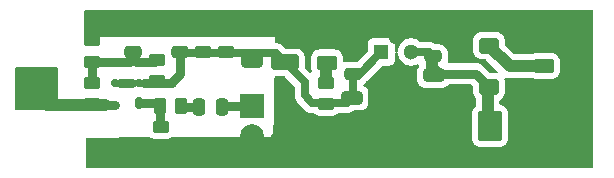
<source format=gbr>
%TF.GenerationSoftware,KiCad,Pcbnew,9.0.5*%
%TF.CreationDate,2025-10-22T19:19:06+02:00*%
%TF.ProjectId,Sonda Fetprobe,536f6e64-6120-4466-9574-70726f62652e,rev?*%
%TF.SameCoordinates,Original*%
%TF.FileFunction,Copper,L1,Top*%
%TF.FilePolarity,Positive*%
%FSLAX46Y46*%
G04 Gerber Fmt 4.6, Leading zero omitted, Abs format (unit mm)*
G04 Created by KiCad (PCBNEW 9.0.5) date 2025-10-22 19:19:06*
%MOMM*%
%LPD*%
G01*
G04 APERTURE LIST*
G04 Aperture macros list*
%AMRoundRect*
0 Rectangle with rounded corners*
0 $1 Rounding radius*
0 $2 $3 $4 $5 $6 $7 $8 $9 X,Y pos of 4 corners*
0 Add a 4 corners polygon primitive as box body*
4,1,4,$2,$3,$4,$5,$6,$7,$8,$9,$2,$3,0*
0 Add four circle primitives for the rounded corners*
1,1,$1+$1,$2,$3*
1,1,$1+$1,$4,$5*
1,1,$1+$1,$6,$7*
1,1,$1+$1,$8,$9*
0 Add four rect primitives between the rounded corners*
20,1,$1+$1,$2,$3,$4,$5,0*
20,1,$1+$1,$4,$5,$6,$7,0*
20,1,$1+$1,$6,$7,$8,$9,0*
20,1,$1+$1,$8,$9,$2,$3,0*%
G04 Aperture macros list end*
%TA.AperFunction,Conductor*%
%ADD10C,0.200000*%
%TD*%
%TA.AperFunction,SMDPad,CuDef*%
%ADD11RoundRect,0.250000X-0.450000X0.262500X-0.450000X-0.262500X0.450000X-0.262500X0.450000X0.262500X0*%
%TD*%
%TA.AperFunction,SMDPad,CuDef*%
%ADD12RoundRect,0.250000X0.475000X-0.250000X0.475000X0.250000X-0.475000X0.250000X-0.475000X-0.250000X0*%
%TD*%
%TA.AperFunction,SMDPad,CuDef*%
%ADD13RoundRect,0.250000X0.925000X-0.412500X0.925000X0.412500X-0.925000X0.412500X-0.925000X-0.412500X0*%
%TD*%
%TA.AperFunction,SMDPad,CuDef*%
%ADD14RoundRect,0.250000X-0.650000X0.325000X-0.650000X-0.325000X0.650000X-0.325000X0.650000X0.325000X0*%
%TD*%
%TA.AperFunction,ComponentPad*%
%ADD15R,1.300000X1.300000*%
%TD*%
%TA.AperFunction,ComponentPad*%
%ADD16C,1.300000*%
%TD*%
%TA.AperFunction,SMDPad,CuDef*%
%ADD17RoundRect,0.250000X-0.625000X0.375000X-0.625000X-0.375000X0.625000X-0.375000X0.625000X0.375000X0*%
%TD*%
%TA.AperFunction,SMDPad,CuDef*%
%ADD18RoundRect,0.250000X0.450000X-0.262500X0.450000X0.262500X-0.450000X0.262500X-0.450000X-0.262500X0*%
%TD*%
%TA.AperFunction,ComponentPad*%
%ADD19RoundRect,0.250000X0.625000X-0.350000X0.625000X0.350000X-0.625000X0.350000X-0.625000X-0.350000X0*%
%TD*%
%TA.AperFunction,ComponentPad*%
%ADD20O,1.750000X1.200000*%
%TD*%
%TA.AperFunction,SMDPad,CuDef*%
%ADD21RoundRect,0.175000X0.175000X0.325000X-0.175000X0.325000X-0.175000X-0.325000X0.175000X-0.325000X0*%
%TD*%
%TA.AperFunction,SMDPad,CuDef*%
%ADD22RoundRect,0.150000X0.200000X0.150000X-0.200000X0.150000X-0.200000X-0.150000X0.200000X-0.150000X0*%
%TD*%
%TA.AperFunction,SMDPad,CuDef*%
%ADD23RoundRect,0.250000X-0.262500X-0.450000X0.262500X-0.450000X0.262500X0.450000X-0.262500X0.450000X0*%
%TD*%
%TA.AperFunction,ComponentPad*%
%ADD24R,2.000000X2.000000*%
%TD*%
%TA.AperFunction,ComponentPad*%
%ADD25C,2.000000*%
%TD*%
%TA.AperFunction,SMDPad,CuDef*%
%ADD26RoundRect,0.250000X0.600000X-0.400000X0.600000X0.400000X-0.600000X0.400000X-0.600000X-0.400000X0*%
%TD*%
%TA.AperFunction,SMDPad,CuDef*%
%ADD27RoundRect,0.250000X-0.787500X-1.025000X0.787500X-1.025000X0.787500X1.025000X-0.787500X1.025000X0*%
%TD*%
%TA.AperFunction,SMDPad,CuDef*%
%ADD28RoundRect,0.250000X-0.250000X-0.475000X0.250000X-0.475000X0.250000X0.475000X-0.250000X0.475000X0*%
%TD*%
%TA.AperFunction,SMDPad,CuDef*%
%ADD29RoundRect,0.250000X0.650000X-0.325000X0.650000X0.325000X-0.650000X0.325000X-0.650000X-0.325000X0*%
%TD*%
%TA.AperFunction,ViaPad*%
%ADD30C,0.500000*%
%TD*%
%TA.AperFunction,Conductor*%
%ADD31C,0.800000*%
%TD*%
%TA.AperFunction,Conductor*%
%ADD32C,0.700000*%
%TD*%
%TA.AperFunction,Conductor*%
%ADD33C,1.000000*%
%TD*%
G04 APERTURE END LIST*
%TO.N,Net-(Q1-G1)*%
D10*
X122250000Y-85650000D02*
X125750000Y-85650000D01*
X125750000Y-89150000D01*
X122250000Y-89150000D01*
X122250000Y-85650000D01*
%TA.AperFunction,Conductor*%
G36*
X122250000Y-85650000D02*
G01*
X125750000Y-85650000D01*
X125750000Y-89150000D01*
X122250000Y-89150000D01*
X122250000Y-85650000D01*
G37*
%TD.AperFunction*%
%TD*%
D11*
%TO.P,R2,1*%
%TO.N,Net-(C1-Pad1)*%
X128700000Y-86887500D03*
%TO.P,R2,2*%
%TO.N,Net-(Q1-G1)*%
X128700000Y-88712500D03*
%TD*%
D12*
%TO.P,C13,1*%
%TO.N,+9V*%
X138120000Y-84270000D03*
%TO.P,C13,2*%
%TO.N,GND*%
X138120000Y-82370000D03*
%TD*%
D13*
%TO.P,C15,1*%
%TO.N,+9V*%
X145030000Y-85167500D03*
%TO.P,C15,2*%
%TO.N,GND*%
X145030000Y-82092500D03*
%TD*%
D14*
%TO.P,C10,1*%
%TO.N,Net-(D2-K)*%
X157630000Y-86275000D03*
%TO.P,C10,2*%
%TO.N,GND*%
X157630000Y-89225000D03*
%TD*%
D15*
%TO.P,U1,1,VO*%
%TO.N,+9V*%
X153200000Y-84290000D03*
D16*
%TO.P,U1,2,GND*%
%TO.N,GND*%
X154470000Y-83020000D03*
%TO.P,U1,3,VI*%
%TO.N,Net-(D2-K)*%
X155740000Y-84290000D03*
%TD*%
D12*
%TO.P,C5,1*%
%TO.N,+9V*%
X140080000Y-84270000D03*
%TO.P,C5,2*%
%TO.N,GND*%
X140080000Y-82370000D03*
%TD*%
%TO.P,C6,1*%
%TO.N,+9V*%
X136150000Y-84260000D03*
%TO.P,C6,2*%
%TO.N,GND*%
X136150000Y-82360000D03*
%TD*%
%TO.P,C9,1*%
%TO.N,Net-(D2-K)*%
X157600000Y-84650000D03*
%TO.P,C9,2*%
%TO.N,GND*%
X157600000Y-82750000D03*
%TD*%
D17*
%TO.P,D1,1,K*%
%TO.N,GND*%
X148600000Y-82400000D03*
%TO.P,D1,2,A*%
%TO.N,Net-(D1-A)*%
X148600000Y-85200000D03*
%TD*%
D18*
%TO.P,R5,1*%
%TO.N,+9V*%
X148500000Y-88712500D03*
%TO.P,R5,2*%
%TO.N,Net-(D1-A)*%
X148500000Y-86887500D03*
%TD*%
D12*
%TO.P,C2,1*%
%TO.N,Net-(C1-Pad1)*%
X132200000Y-84250000D03*
%TO.P,C2,2*%
%TO.N,GND*%
X132200000Y-82350000D03*
%TD*%
D19*
%TO.P,J2,1,Pin_1*%
%TO.N,Net-(D2-A)*%
X166950000Y-85500000D03*
D20*
%TO.P,J2,2,Pin_2*%
%TO.N,GND*%
X166950000Y-83500000D03*
%TD*%
D11*
%TO.P,R1,1*%
%TO.N,GND*%
X128740000Y-83317500D03*
%TO.P,R1,2*%
%TO.N,Net-(C1-Pad1)*%
X128740000Y-85142500D03*
%TD*%
%TO.P,R3,1*%
%TO.N,Net-(C1-Pad1)*%
X134220000Y-84947500D03*
%TO.P,R3,2*%
%TO.N,+9V*%
X134220000Y-86772500D03*
%TD*%
D21*
%TO.P,Q1,1,S*%
%TO.N,Net-(Q1-S)*%
X132651250Y-88600000D03*
D22*
%TO.P,Q1,2,D*%
%TO.N,+9V*%
X132651250Y-86900000D03*
%TO.P,Q1,3,G2*%
X130651250Y-86900000D03*
%TO.P,Q1,4,G1*%
%TO.N,Net-(Q1-G1)*%
X130651250Y-88800000D03*
%TD*%
D12*
%TO.P,C12,1*%
%TO.N,+9V*%
X150800000Y-86150000D03*
%TO.P,C12,2*%
%TO.N,GND*%
X150800000Y-84250000D03*
%TD*%
D23*
%TO.P,R6,1*%
%TO.N,Net-(Q1-S)*%
X134427500Y-88900000D03*
%TO.P,R6,2*%
%TO.N,Net-(C8-Pad1)*%
X136252500Y-88900000D03*
%TD*%
D24*
%TO.P,J1,1,Pin_1*%
%TO.N,Net-(J1-Pin_1)*%
X142280000Y-88850000D03*
D25*
%TO.P,J1,2,Pin_2*%
%TO.N,GND*%
X142280000Y-91390000D03*
%TD*%
D26*
%TO.P,D2,1,K*%
%TO.N,Net-(D2-K)*%
X162300000Y-87250000D03*
%TO.P,D2,2,A*%
%TO.N,Net-(D2-A)*%
X162300000Y-83750000D03*
%TD*%
D27*
%TO.P,C14,1*%
%TO.N,Net-(D2-K)*%
X162407500Y-90550000D03*
%TO.P,C14,2*%
%TO.N,GND*%
X168632500Y-90550000D03*
%TD*%
D28*
%TO.P,C8,1*%
%TO.N,Net-(C8-Pad1)*%
X137780000Y-88920000D03*
%TO.P,C8,2*%
%TO.N,Net-(J1-Pin_1)*%
X139680000Y-88920000D03*
%TD*%
D29*
%TO.P,C11,1*%
%TO.N,+9V*%
X142210000Y-85045000D03*
%TO.P,C11,2*%
%TO.N,GND*%
X142210000Y-82095000D03*
%TD*%
D14*
%TO.P,C7,1*%
%TO.N,+9V*%
X150700000Y-88165000D03*
%TO.P,C7,2*%
%TO.N,GND*%
X150700000Y-91115000D03*
%TD*%
D11*
%TO.P,R4,1*%
%TO.N,Net-(Q1-S)*%
X134530000Y-90627500D03*
%TO.P,R4,2*%
%TO.N,GND*%
X134530000Y-92452500D03*
%TD*%
D30*
%TO.N,Net-(C1-Pad1)*%
X132200000Y-84947500D03*
%TO.N,GND*%
X140100000Y-81300000D03*
X136100000Y-81300000D03*
X132200000Y-81300000D03*
X144100000Y-91400000D03*
X133850000Y-82700000D03*
X132460000Y-92890000D03*
X129280000Y-92910000D03*
X147000000Y-82300000D03*
X138100000Y-81300000D03*
X142300000Y-93100000D03*
X170150000Y-90560000D03*
X142211118Y-81214466D03*
X143450000Y-82150000D03*
X166950000Y-82200000D03*
X157600000Y-81650000D03*
X154500000Y-81700000D03*
X148570000Y-81300000D03*
X150800000Y-83050000D03*
X138350000Y-92900000D03*
X150680000Y-92350000D03*
X134500000Y-93450000D03*
X168500000Y-83500000D03*
X167100000Y-90550000D03*
X165350000Y-83550000D03*
X130580000Y-82650000D03*
X136550000Y-92900000D03*
X128744072Y-82281111D03*
X130890000Y-92910000D03*
X140050000Y-92900000D03*
X154470000Y-85700000D03*
X157650000Y-90500000D03*
%TD*%
D31*
%TO.N,Net-(C1-Pad1)*%
X131927500Y-85112500D02*
X128700000Y-85112500D01*
X132092500Y-84947500D02*
X131927500Y-85112500D01*
X132307500Y-84947500D02*
X132092500Y-84947500D01*
X132307500Y-84947500D02*
X132460000Y-85100000D01*
X134067500Y-85100000D02*
X134220000Y-84947500D01*
X132460000Y-85100000D02*
X134067500Y-85100000D01*
X128691250Y-86878750D02*
X128700000Y-86887500D01*
X128691250Y-85500000D02*
X128691250Y-86878750D01*
%TO.N,+9V*%
X150770000Y-88180000D02*
X150737500Y-88212500D01*
X136120000Y-85600000D02*
X136120000Y-86180000D01*
D32*
X146700000Y-86837500D02*
X146700000Y-87960000D01*
D31*
X150260000Y-88165000D02*
X150300000Y-88125000D01*
D32*
X145030000Y-85167500D02*
X146700000Y-86837500D01*
X150800000Y-88072500D02*
X150800000Y-86327500D01*
D31*
X131041250Y-86900000D02*
X132121250Y-86900000D01*
D32*
X151190000Y-86300000D02*
X153200000Y-84290000D01*
X145030000Y-85167500D02*
X144272500Y-84410000D01*
X150265000Y-88600000D02*
X150700000Y-88165000D01*
D31*
X136120000Y-86180000D02*
X135471250Y-86828750D01*
D32*
X144272500Y-84410000D02*
X136755000Y-84410000D01*
D31*
X136120000Y-84310000D02*
X136120000Y-85600000D01*
D32*
X147340000Y-88600000D02*
X150265000Y-88600000D01*
D31*
X135445000Y-86900000D02*
X133131250Y-86900000D01*
D32*
X146700000Y-87960000D02*
X147340000Y-88600000D01*
D31*
%TO.N,Net-(C8-Pad1)*%
X136553750Y-88920000D02*
X137661250Y-88920000D01*
%TO.N,Net-(J1-Pin_1)*%
X139850000Y-88890000D02*
X142390000Y-88890000D01*
%TO.N,Net-(D2-K)*%
X159000000Y-86125000D02*
X161175000Y-86125000D01*
D33*
X157500000Y-85630000D02*
X157500000Y-84670000D01*
X162187500Y-91100000D02*
X162187500Y-87362500D01*
X162187500Y-87362500D02*
X162300000Y-87250000D01*
D32*
X157240000Y-84290000D02*
X157600000Y-84650000D01*
D31*
X159000000Y-86125000D02*
X157995000Y-86125000D01*
X161175000Y-86125000D02*
X162300000Y-87250000D01*
D32*
X155740000Y-84290000D02*
X155530000Y-84500000D01*
D33*
X157995000Y-86125000D02*
X157500000Y-85630000D01*
D32*
X155740000Y-84290000D02*
X157240000Y-84290000D01*
D33*
%TO.N,Net-(D1-A)*%
X148600000Y-85200000D02*
X148500000Y-85300000D01*
X148500000Y-85300000D02*
X148500000Y-86498750D01*
D31*
%TO.N,Net-(Q1-S)*%
X134491250Y-88700000D02*
X134491250Y-90240000D01*
X133021250Y-88600000D02*
X134378750Y-88600000D01*
%TO.N,Net-(Q1-G1)*%
X129781250Y-88750000D02*
X130650250Y-88750000D01*
D33*
X124891250Y-88750000D02*
X129781250Y-88750000D01*
%TO.N,Net-(D2-A)*%
X164050000Y-85500000D02*
X166950000Y-85500000D01*
X162300000Y-83750000D02*
X164050000Y-85500000D01*
%TD*%
%TA.AperFunction,Conductor*%
%TO.N,GND*%
G36*
X171092539Y-80720185D02*
G01*
X171138294Y-80772989D01*
X171149500Y-80824500D01*
X171149500Y-93975500D01*
X171129815Y-94042539D01*
X171077011Y-94088294D01*
X171025500Y-94099500D01*
X128303021Y-94099500D01*
X128235982Y-94079815D01*
X128190227Y-94027011D01*
X128179022Y-93975917D01*
X128173477Y-92325500D01*
X128171251Y-91663159D01*
X128190710Y-91596054D01*
X128243360Y-91550122D01*
X128294973Y-91538743D01*
X133647563Y-91526912D01*
X133712933Y-91545373D01*
X133740539Y-91562399D01*
X133760666Y-91574814D01*
X133927203Y-91629999D01*
X134029991Y-91640500D01*
X135030008Y-91640499D01*
X135030016Y-91640498D01*
X135030019Y-91640498D01*
X135086302Y-91634748D01*
X135132797Y-91629999D01*
X135299334Y-91574814D01*
X135353410Y-91541458D01*
X135418229Y-91522997D01*
X144028355Y-91503966D01*
X144071557Y-89474991D01*
X144135928Y-86451859D01*
X144157035Y-86385254D01*
X144210801Y-86340634D01*
X144259900Y-86330499D01*
X144938848Y-86330499D01*
X145005887Y-86350184D01*
X145026529Y-86366818D01*
X145813181Y-87153470D01*
X145846666Y-87214793D01*
X145849500Y-87241151D01*
X145849500Y-88043771D01*
X145882182Y-88208075D01*
X145882184Y-88208081D01*
X145887289Y-88220405D01*
X145887290Y-88220409D01*
X145946292Y-88362856D01*
X145946299Y-88362869D01*
X146039372Y-88502161D01*
X146039375Y-88502165D01*
X146797834Y-89260624D01*
X146797838Y-89260627D01*
X146937132Y-89353701D01*
X146937133Y-89353701D01*
X146937137Y-89353704D01*
X147019410Y-89387782D01*
X147091918Y-89417816D01*
X147256228Y-89450499D01*
X147256232Y-89450500D01*
X147256233Y-89450500D01*
X147256234Y-89450500D01*
X147412770Y-89450500D01*
X147479809Y-89470185D01*
X147500451Y-89486819D01*
X147581344Y-89567712D01*
X147730666Y-89659814D01*
X147897203Y-89714999D01*
X147999991Y-89725500D01*
X149000008Y-89725499D01*
X149000016Y-89725498D01*
X149000019Y-89725498D01*
X149056302Y-89719748D01*
X149102797Y-89714999D01*
X149269334Y-89659814D01*
X149418656Y-89567712D01*
X149499549Y-89486819D01*
X149560872Y-89453334D01*
X149587230Y-89450500D01*
X150348768Y-89450500D01*
X150348769Y-89450499D01*
X150513082Y-89417816D01*
X150585590Y-89387782D01*
X150667863Y-89353704D01*
X150806010Y-89261397D01*
X150872687Y-89240519D01*
X150874901Y-89240499D01*
X151400002Y-89240499D01*
X151400008Y-89240499D01*
X151502797Y-89229999D01*
X151669334Y-89174814D01*
X151818656Y-89082712D01*
X151942712Y-88958656D01*
X152034814Y-88809334D01*
X152089999Y-88642797D01*
X152100500Y-88540009D01*
X152100499Y-87789992D01*
X152089999Y-87687203D01*
X152034814Y-87520666D01*
X151942712Y-87371344D01*
X151818656Y-87247288D01*
X151818655Y-87247287D01*
X151745895Y-87202409D01*
X151699170Y-87150461D01*
X151687947Y-87081499D01*
X151715790Y-87017417D01*
X151738451Y-86997782D01*
X151737987Y-86997195D01*
X151743654Y-86992713D01*
X151743653Y-86992713D01*
X151743656Y-86992712D01*
X151867712Y-86868656D01*
X151930252Y-86767259D01*
X151948102Y-86744685D01*
X153215969Y-85476817D01*
X153277292Y-85443333D01*
X153303650Y-85440499D01*
X153897871Y-85440499D01*
X153897872Y-85440499D01*
X153957483Y-85434091D01*
X154092331Y-85383796D01*
X154207546Y-85297546D01*
X154293796Y-85182331D01*
X154344091Y-85047483D01*
X154350500Y-84987873D01*
X154350499Y-84447125D01*
X154370183Y-84380089D01*
X154422987Y-84334334D01*
X154492146Y-84324390D01*
X154555702Y-84353415D01*
X154593476Y-84412193D01*
X154596972Y-84427729D01*
X154617829Y-84559410D01*
X154673787Y-84731636D01*
X154673788Y-84731639D01*
X154724246Y-84830666D01*
X154754477Y-84889998D01*
X154756006Y-84892997D01*
X154862441Y-85039494D01*
X154862445Y-85039499D01*
X154990500Y-85167554D01*
X154990505Y-85167558D01*
X155116507Y-85259103D01*
X155137006Y-85273996D01*
X155218456Y-85315497D01*
X155298360Y-85356211D01*
X155298363Y-85356212D01*
X155310493Y-85360153D01*
X155470591Y-85412171D01*
X155553429Y-85425291D01*
X155649449Y-85440500D01*
X155649454Y-85440500D01*
X155830551Y-85440500D01*
X155925025Y-85425536D01*
X156009409Y-85412171D01*
X156181639Y-85356211D01*
X156200154Y-85346776D01*
X156268823Y-85333879D01*
X156333564Y-85360153D01*
X156373823Y-85417259D01*
X156376817Y-85487064D01*
X156361991Y-85522356D01*
X156295189Y-85630659D01*
X156295185Y-85630668D01*
X156279988Y-85676529D01*
X156240001Y-85797203D01*
X156240001Y-85797204D01*
X156240000Y-85797204D01*
X156229500Y-85899983D01*
X156229500Y-86650001D01*
X156229501Y-86650019D01*
X156240000Y-86752796D01*
X156240001Y-86752799D01*
X156278393Y-86868656D01*
X156295186Y-86919334D01*
X156387288Y-87068656D01*
X156511344Y-87192712D01*
X156660666Y-87284814D01*
X156827203Y-87339999D01*
X156929991Y-87350500D01*
X158330008Y-87350499D01*
X158432797Y-87339999D01*
X158599334Y-87284814D01*
X158748656Y-87192712D01*
X158872712Y-87068656D01*
X158872712Y-87068655D01*
X158877819Y-87063549D01*
X158879705Y-87065435D01*
X158926625Y-87032212D01*
X158966868Y-87025500D01*
X160750638Y-87025500D01*
X160780078Y-87034144D01*
X160810065Y-87040668D01*
X160815080Y-87044422D01*
X160817677Y-87045185D01*
X160838319Y-87061819D01*
X160913181Y-87136681D01*
X160946666Y-87198004D01*
X160949500Y-87224362D01*
X160949500Y-87700001D01*
X160949501Y-87700019D01*
X160960000Y-87802796D01*
X160960001Y-87802799D01*
X161015185Y-87969331D01*
X161015187Y-87969336D01*
X161107289Y-88118657D01*
X161150681Y-88162049D01*
X161184166Y-88223372D01*
X161187000Y-88249730D01*
X161187000Y-88845270D01*
X161167315Y-88912309D01*
X161150681Y-88932951D01*
X161027289Y-89056342D01*
X160935187Y-89205663D01*
X160935185Y-89205668D01*
X160907349Y-89289670D01*
X160880001Y-89372203D01*
X160880001Y-89372204D01*
X160880000Y-89372204D01*
X160869500Y-89474983D01*
X160869500Y-91625001D01*
X160869501Y-91625018D01*
X160880000Y-91727796D01*
X160880001Y-91727799D01*
X160935185Y-91894331D01*
X160935186Y-91894334D01*
X161027288Y-92043656D01*
X161151344Y-92167712D01*
X161300666Y-92259814D01*
X161467203Y-92314999D01*
X161569991Y-92325500D01*
X163245008Y-92325499D01*
X163347797Y-92314999D01*
X163514334Y-92259814D01*
X163663656Y-92167712D01*
X163787712Y-92043656D01*
X163879814Y-91894334D01*
X163934999Y-91727797D01*
X163945500Y-91625009D01*
X163945499Y-89474992D01*
X163934999Y-89372203D01*
X163879814Y-89205666D01*
X163787712Y-89056344D01*
X163663656Y-88932288D01*
X163514334Y-88840186D01*
X163347797Y-88785001D01*
X163347794Y-88785000D01*
X163299397Y-88780056D01*
X163296959Y-88779061D01*
X163294353Y-88779436D01*
X163264787Y-88765933D01*
X163234705Y-88753659D01*
X163233192Y-88751504D01*
X163230797Y-88750411D01*
X163213225Y-88723069D01*
X163194554Y-88696478D01*
X163194008Y-88693166D01*
X163193023Y-88691633D01*
X163188000Y-88656698D01*
X163188000Y-88423347D01*
X163207685Y-88356308D01*
X163246901Y-88317810D01*
X163368656Y-88242712D01*
X163492712Y-88118656D01*
X163584814Y-87969334D01*
X163639999Y-87802797D01*
X163650500Y-87700009D01*
X163650499Y-86799992D01*
X163639999Y-86697203D01*
X163615232Y-86622463D01*
X163615040Y-86616856D01*
X163612262Y-86611978D01*
X163613851Y-86582318D01*
X163612831Y-86552639D01*
X163615701Y-86547815D01*
X163616002Y-86542209D01*
X163633374Y-86518117D01*
X163648562Y-86492597D01*
X163653585Y-86490090D01*
X163656869Y-86485537D01*
X163684506Y-86474662D01*
X163711082Y-86461403D01*
X163718037Y-86461469D01*
X163721887Y-86459955D01*
X163757131Y-86461845D01*
X163758161Y-86462050D01*
X163758164Y-86462051D01*
X163815486Y-86473453D01*
X163849479Y-86480214D01*
X163951456Y-86500500D01*
X163951459Y-86500500D01*
X163951460Y-86500500D01*
X164148540Y-86500500D01*
X165914868Y-86500500D01*
X165979963Y-86518960D01*
X166005666Y-86534814D01*
X166172203Y-86589999D01*
X166274991Y-86600500D01*
X167625008Y-86600499D01*
X167727797Y-86589999D01*
X167894334Y-86534814D01*
X168043656Y-86442712D01*
X168167712Y-86318656D01*
X168259814Y-86169334D01*
X168314999Y-86002797D01*
X168325500Y-85900009D01*
X168325499Y-85099992D01*
X168314999Y-84997203D01*
X168259814Y-84830666D01*
X168167712Y-84681344D01*
X168043656Y-84557288D01*
X167918052Y-84479815D01*
X167894336Y-84465187D01*
X167894331Y-84465185D01*
X167888283Y-84463181D01*
X167727797Y-84410001D01*
X167727795Y-84410000D01*
X167625010Y-84399500D01*
X166274998Y-84399500D01*
X166274981Y-84399501D01*
X166172203Y-84410000D01*
X166172200Y-84410001D01*
X166005668Y-84465185D01*
X166005663Y-84465187D01*
X165989933Y-84474889D01*
X165979963Y-84481039D01*
X165914868Y-84499500D01*
X164515783Y-84499500D01*
X164448744Y-84479815D01*
X164428102Y-84463181D01*
X163686818Y-83721897D01*
X163653333Y-83660574D01*
X163650499Y-83634216D01*
X163650499Y-83299998D01*
X163650498Y-83299981D01*
X163639999Y-83197203D01*
X163639998Y-83197200D01*
X163620878Y-83139500D01*
X163584814Y-83030666D01*
X163492712Y-82881344D01*
X163368656Y-82757288D01*
X163219334Y-82665186D01*
X163052797Y-82610001D01*
X163052795Y-82610000D01*
X162950010Y-82599500D01*
X161649998Y-82599500D01*
X161649981Y-82599501D01*
X161547203Y-82610000D01*
X161547200Y-82610001D01*
X161380668Y-82665185D01*
X161380663Y-82665187D01*
X161231342Y-82757289D01*
X161107289Y-82881342D01*
X161015187Y-83030663D01*
X161015186Y-83030666D01*
X160960001Y-83197203D01*
X160960001Y-83197204D01*
X160960000Y-83197204D01*
X160949500Y-83299983D01*
X160949500Y-84200001D01*
X160949501Y-84200019D01*
X160960000Y-84302796D01*
X160960001Y-84302799D01*
X161015185Y-84469331D01*
X161015187Y-84469336D01*
X161033792Y-84499500D01*
X161107288Y-84618656D01*
X161231344Y-84742712D01*
X161380666Y-84834814D01*
X161547203Y-84889999D01*
X161649991Y-84900500D01*
X161984217Y-84900499D01*
X162051256Y-84920183D01*
X162071898Y-84936818D01*
X163022898Y-85887819D01*
X163056383Y-85949142D01*
X163051399Y-86018834D01*
X163009527Y-86074767D01*
X162944063Y-86099184D01*
X162935217Y-86099500D01*
X162474361Y-86099500D01*
X162407322Y-86079815D01*
X162386680Y-86063181D01*
X161749041Y-85425540D01*
X161749038Y-85425537D01*
X161673650Y-85375165D01*
X161601544Y-85326985D01*
X161601542Y-85326984D01*
X161519607Y-85293046D01*
X161519606Y-85293046D01*
X161437666Y-85259105D01*
X161437658Y-85259103D01*
X161263696Y-85224500D01*
X161263692Y-85224500D01*
X161263691Y-85224500D01*
X159088691Y-85224500D01*
X158929822Y-85224500D01*
X158862783Y-85204815D01*
X158817028Y-85152011D01*
X158807084Y-85082853D01*
X158812116Y-85061496D01*
X158814999Y-85052797D01*
X158825500Y-84950009D01*
X158825499Y-84349992D01*
X158814999Y-84247203D01*
X158759814Y-84080666D01*
X158667712Y-83931344D01*
X158543656Y-83807288D01*
X158449759Y-83749372D01*
X158394336Y-83715187D01*
X158394331Y-83715185D01*
X158392862Y-83714698D01*
X158227797Y-83660001D01*
X158227795Y-83660000D01*
X158125016Y-83649500D01*
X158125009Y-83649500D01*
X157849900Y-83649500D01*
X157782861Y-83629815D01*
X157781009Y-83628602D01*
X157642866Y-83536297D01*
X157642863Y-83536296D01*
X157533416Y-83490962D01*
X157533414Y-83490961D01*
X157488086Y-83472185D01*
X157488074Y-83472182D01*
X157323771Y-83439500D01*
X157323767Y-83439500D01*
X156566923Y-83439500D01*
X156499884Y-83419815D01*
X156493575Y-83415128D01*
X156493443Y-83415310D01*
X156342997Y-83306006D01*
X156342996Y-83306005D01*
X156342994Y-83306004D01*
X156291300Y-83279664D01*
X156181639Y-83223788D01*
X156181636Y-83223787D01*
X156009410Y-83167829D01*
X155830551Y-83139500D01*
X155830546Y-83139500D01*
X155649454Y-83139500D01*
X155649449Y-83139500D01*
X155470589Y-83167829D01*
X155298363Y-83223787D01*
X155298360Y-83223788D01*
X155137002Y-83306006D01*
X154990505Y-83412441D01*
X154990500Y-83412445D01*
X154862445Y-83540500D01*
X154862441Y-83540505D01*
X154756006Y-83687002D01*
X154673788Y-83848360D01*
X154673787Y-83848363D01*
X154617829Y-84020589D01*
X154596972Y-84152271D01*
X154567042Y-84215405D01*
X154507731Y-84252336D01*
X154437868Y-84251338D01*
X154379636Y-84212728D01*
X154351522Y-84148764D01*
X154350499Y-84132872D01*
X154350499Y-83592129D01*
X154350498Y-83592123D01*
X154350497Y-83592116D01*
X154344091Y-83532517D01*
X154327118Y-83487011D01*
X154293797Y-83397671D01*
X154293793Y-83397664D01*
X154207547Y-83282455D01*
X154207544Y-83282452D01*
X154092335Y-83196206D01*
X154092328Y-83196202D01*
X153957482Y-83145908D01*
X153957483Y-83145908D01*
X153897883Y-83139501D01*
X153897881Y-83139500D01*
X153897873Y-83139500D01*
X153897864Y-83139500D01*
X152502129Y-83139500D01*
X152502123Y-83139501D01*
X152442516Y-83145908D01*
X152307671Y-83196202D01*
X152307664Y-83196206D01*
X152192455Y-83282452D01*
X152192452Y-83282455D01*
X152106206Y-83397664D01*
X152106202Y-83397671D01*
X152055908Y-83532517D01*
X152049501Y-83592116D01*
X152049501Y-83592123D01*
X152049500Y-83592135D01*
X152049500Y-84186349D01*
X152029815Y-84253388D01*
X152013181Y-84274030D01*
X151174029Y-85113181D01*
X151112706Y-85146666D01*
X151086348Y-85149500D01*
X150274998Y-85149500D01*
X150274980Y-85149501D01*
X150172203Y-85160000D01*
X150172201Y-85160001D01*
X150138501Y-85171168D01*
X150068672Y-85173568D01*
X150008631Y-85137835D01*
X149977440Y-85075314D01*
X149975499Y-85053461D01*
X149975499Y-84774998D01*
X149975498Y-84774981D01*
X149964999Y-84672203D01*
X149964998Y-84672200D01*
X149909814Y-84505666D01*
X149817712Y-84356344D01*
X149693656Y-84232288D01*
X149563927Y-84152271D01*
X149544336Y-84140187D01*
X149544331Y-84140185D01*
X149522262Y-84132872D01*
X149377797Y-84085001D01*
X149377795Y-84085000D01*
X149275010Y-84074500D01*
X147924998Y-84074500D01*
X147924981Y-84074501D01*
X147822203Y-84085000D01*
X147822200Y-84085001D01*
X147655668Y-84140185D01*
X147655663Y-84140187D01*
X147506342Y-84232289D01*
X147382289Y-84356342D01*
X147290187Y-84505663D01*
X147290186Y-84505666D01*
X147235001Y-84672203D01*
X147235001Y-84672204D01*
X147235000Y-84672204D01*
X147224500Y-84774983D01*
X147224500Y-85625001D01*
X147224501Y-85625019D01*
X147235000Y-85727796D01*
X147235001Y-85727799D01*
X147289438Y-85892077D01*
X147291840Y-85961905D01*
X147256108Y-86021947D01*
X147193588Y-86053140D01*
X147124128Y-86045579D01*
X147084051Y-86018762D01*
X146741818Y-85676529D01*
X146708333Y-85615206D01*
X146705499Y-85588856D01*
X146705499Y-84704992D01*
X146703083Y-84681344D01*
X146694999Y-84602203D01*
X146694998Y-84602200D01*
X146680116Y-84557289D01*
X146639814Y-84435666D01*
X146547712Y-84286344D01*
X146423656Y-84162288D01*
X146298353Y-84085001D01*
X146274336Y-84070187D01*
X146274331Y-84070185D01*
X146272862Y-84069698D01*
X146107797Y-84015001D01*
X146107795Y-84015000D01*
X146005016Y-84004500D01*
X146005009Y-84004500D01*
X145121151Y-84004500D01*
X145054112Y-83984815D01*
X145033470Y-83968181D01*
X144814665Y-83749375D01*
X144814661Y-83749372D01*
X144675369Y-83656299D01*
X144675356Y-83656292D01*
X144563485Y-83609955D01*
X144563483Y-83609954D01*
X144520586Y-83592185D01*
X144520574Y-83592182D01*
X144356271Y-83559500D01*
X144356267Y-83559500D01*
X144324184Y-83559500D01*
X144257145Y-83539815D01*
X144211390Y-83487011D01*
X144200212Y-83432860D01*
X144208790Y-83030000D01*
X128161541Y-83030000D01*
X128094502Y-83010315D01*
X128048747Y-82957511D01*
X128037543Y-82905368D01*
X128048147Y-80823868D01*
X128068172Y-80756930D01*
X128121209Y-80711445D01*
X128172145Y-80700500D01*
X171025500Y-80700500D01*
X171092539Y-80720185D01*
G37*
%TD.AperFunction*%
%TD*%
M02*

</source>
